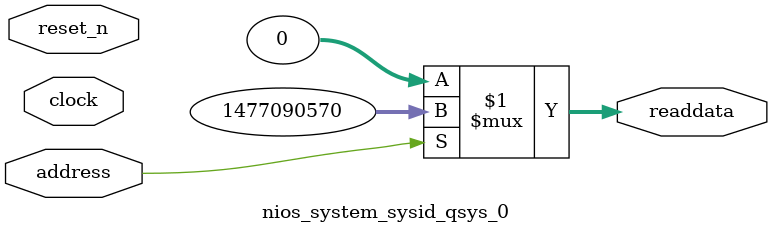
<source format=v>

`timescale 1ns / 1ps
// synthesis translate_on

// turn off superfluous verilog processor warnings 
// altera message_level Level1 
// altera message_off 10034 10035 10036 10037 10230 10240 10030 

module nios_system_sysid_qsys_0 (
               // inputs:
                address,
                clock,
                reset_n,

               // outputs:
                readdata
             )
;

  output  [ 31: 0] readdata;
  input            address;
  input            clock;
  input            reset_n;

  wire    [ 31: 0] readdata;
  //control_slave, which is an e_avalon_slave
  assign readdata = address ? 1477090570 : 0;

endmodule




</source>
